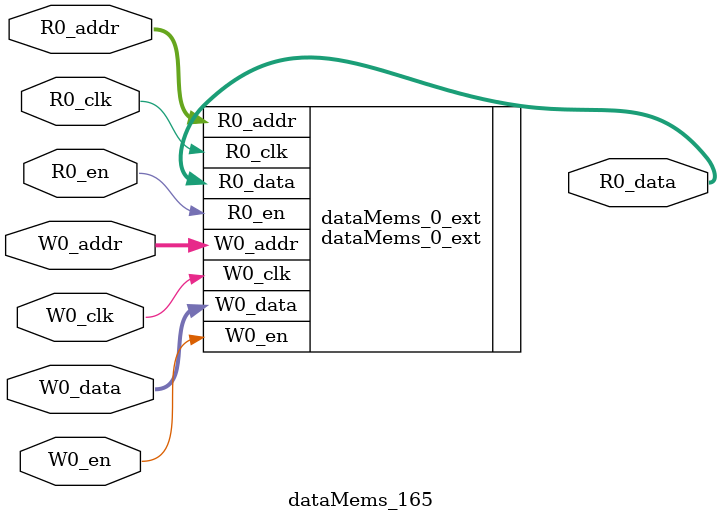
<source format=sv>
`ifndef RANDOMIZE
  `ifdef RANDOMIZE_REG_INIT
    `define RANDOMIZE
  `endif // RANDOMIZE_REG_INIT
`endif // not def RANDOMIZE
`ifndef RANDOMIZE
  `ifdef RANDOMIZE_MEM_INIT
    `define RANDOMIZE
  `endif // RANDOMIZE_MEM_INIT
`endif // not def RANDOMIZE

`ifndef RANDOM
  `define RANDOM $random
`endif // not def RANDOM

// Users can define 'PRINTF_COND' to add an extra gate to prints.
`ifndef PRINTF_COND_
  `ifdef PRINTF_COND
    `define PRINTF_COND_ (`PRINTF_COND)
  `else  // PRINTF_COND
    `define PRINTF_COND_ 1
  `endif // PRINTF_COND
`endif // not def PRINTF_COND_

// Users can define 'ASSERT_VERBOSE_COND' to add an extra gate to assert error printing.
`ifndef ASSERT_VERBOSE_COND_
  `ifdef ASSERT_VERBOSE_COND
    `define ASSERT_VERBOSE_COND_ (`ASSERT_VERBOSE_COND)
  `else  // ASSERT_VERBOSE_COND
    `define ASSERT_VERBOSE_COND_ 1
  `endif // ASSERT_VERBOSE_COND
`endif // not def ASSERT_VERBOSE_COND_

// Users can define 'STOP_COND' to add an extra gate to stop conditions.
`ifndef STOP_COND_
  `ifdef STOP_COND
    `define STOP_COND_ (`STOP_COND)
  `else  // STOP_COND
    `define STOP_COND_ 1
  `endif // STOP_COND
`endif // not def STOP_COND_

// Users can define INIT_RANDOM as general code that gets injected into the
// initializer block for modules with registers.
`ifndef INIT_RANDOM
  `define INIT_RANDOM
`endif // not def INIT_RANDOM

// If using random initialization, you can also define RANDOMIZE_DELAY to
// customize the delay used, otherwise 0.002 is used.
`ifndef RANDOMIZE_DELAY
  `define RANDOMIZE_DELAY 0.002
`endif // not def RANDOMIZE_DELAY

// Define INIT_RANDOM_PROLOG_ for use in our modules below.
`ifndef INIT_RANDOM_PROLOG_
  `ifdef RANDOMIZE
    `ifdef VERILATOR
      `define INIT_RANDOM_PROLOG_ `INIT_RANDOM
    `else  // VERILATOR
      `define INIT_RANDOM_PROLOG_ `INIT_RANDOM #`RANDOMIZE_DELAY begin end
    `endif // VERILATOR
  `else  // RANDOMIZE
    `define INIT_RANDOM_PROLOG_
  `endif // RANDOMIZE
`endif // not def INIT_RANDOM_PROLOG_

// Include register initializers in init blocks unless synthesis is set
`ifndef SYNTHESIS
  `ifndef ENABLE_INITIAL_REG_
    `define ENABLE_INITIAL_REG_
  `endif // not def ENABLE_INITIAL_REG_
`endif // not def SYNTHESIS

// Include rmemory initializers in init blocks unless synthesis is set
`ifndef SYNTHESIS
  `ifndef ENABLE_INITIAL_MEM_
    `define ENABLE_INITIAL_MEM_
  `endif // not def ENABLE_INITIAL_MEM_
`endif // not def SYNTHESIS

module dataMems_165(	// @[generators/ara/src/main/scala/UnsafeAXI4ToTL.scala:365:62]
  input  [4:0]  R0_addr,
  input         R0_en,
  input         R0_clk,
  output [66:0] R0_data,
  input  [4:0]  W0_addr,
  input         W0_en,
  input         W0_clk,
  input  [66:0] W0_data
);

  dataMems_0_ext dataMems_0_ext (	// @[generators/ara/src/main/scala/UnsafeAXI4ToTL.scala:365:62]
    .R0_addr (R0_addr),
    .R0_en   (R0_en),
    .R0_clk  (R0_clk),
    .R0_data (R0_data),
    .W0_addr (W0_addr),
    .W0_en   (W0_en),
    .W0_clk  (W0_clk),
    .W0_data (W0_data)
  );
endmodule


</source>
